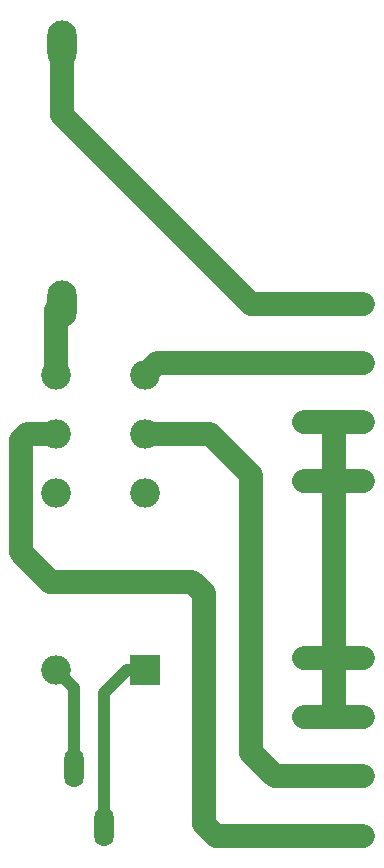
<source format=gbl>
G04 #@! TF.GenerationSoftware,KiCad,Pcbnew,(5.1.9)-1*
G04 #@! TF.CreationDate,2021-04-18T13:23:29+02:00*
G04 #@! TF.ProjectId,relay-box,72656c61-792d-4626-9f78-2e6b69636164,rev?*
G04 #@! TF.SameCoordinates,Original*
G04 #@! TF.FileFunction,Copper,L2,Bot*
G04 #@! TF.FilePolarity,Positive*
%FSLAX46Y46*%
G04 Gerber Fmt 4.6, Leading zero omitted, Abs format (unit mm)*
G04 Created by KiCad (PCBNEW (5.1.9)-1) date 2021-04-18 13:23:29*
%MOMM*%
%LPD*%
G01*
G04 APERTURE LIST*
G04 #@! TA.AperFunction,ComponentPad*
%ADD10C,1.524000*%
G04 #@! TD*
G04 #@! TA.AperFunction,ComponentPad*
%ADD11O,1.650000X3.300000*%
G04 #@! TD*
G04 #@! TA.AperFunction,ComponentPad*
%ADD12O,2.500000X2.500000*%
G04 #@! TD*
G04 #@! TA.AperFunction,ComponentPad*
%ADD13R,2.500000X2.500000*%
G04 #@! TD*
G04 #@! TA.AperFunction,ComponentPad*
%ADD14O,2.500000X4.000000*%
G04 #@! TD*
G04 #@! TA.AperFunction,Conductor*
%ADD15C,2.000000*%
G04 #@! TD*
G04 #@! TA.AperFunction,Conductor*
%ADD16C,1.000000*%
G04 #@! TD*
G04 APERTURE END LIST*
D10*
X81000000Y-115000000D03*
X76000000Y-115000000D03*
X81000000Y-110000000D03*
X76000000Y-110000000D03*
X81000000Y-105000000D03*
X76000000Y-105000000D03*
X81000000Y-100000000D03*
X76000000Y-100000000D03*
X76000000Y-130000000D03*
X81000000Y-130000000D03*
X76000000Y-135000000D03*
X81000000Y-135000000D03*
X76000000Y-140000000D03*
X81000000Y-140000000D03*
X76000000Y-145000000D03*
X81000000Y-145000000D03*
D11*
X56528600Y-139300000D03*
X59028600Y-144300000D03*
D12*
X55000000Y-131000000D03*
X55000000Y-116000000D03*
X55000000Y-111000000D03*
X55000000Y-106000000D03*
X62500000Y-106000000D03*
X62500000Y-111000000D03*
X62500000Y-116000000D03*
D13*
X62500000Y-131000000D03*
D14*
X55500000Y-78000000D03*
X55500000Y-100000000D03*
D15*
X81000000Y-100000000D02*
X76000000Y-100000000D01*
X76000000Y-100000000D02*
X71500000Y-100000000D01*
X55500000Y-84000000D02*
X55500000Y-78000000D01*
X71500000Y-100000000D02*
X55500000Y-84000000D01*
X55500000Y-100000000D02*
X55000000Y-100500000D01*
X55000000Y-100500000D02*
X55000000Y-106000000D01*
D16*
X56528600Y-139300000D02*
X56528600Y-132528600D01*
X56528600Y-132528600D02*
X55000000Y-131000000D01*
D15*
X63500000Y-105000000D02*
X62500000Y-106000000D01*
X76000000Y-105000000D02*
X63500000Y-105000000D01*
X76000000Y-105000000D02*
X81000000Y-105000000D01*
X73500000Y-140000000D02*
X76000000Y-140000000D01*
X71500000Y-138000000D02*
X73500000Y-140000000D01*
X71500000Y-114500000D02*
X71500000Y-138000000D01*
X68000000Y-111000000D02*
X71500000Y-114500000D01*
X62500000Y-111000000D02*
X68000000Y-111000000D01*
X76000000Y-140000000D02*
X81000000Y-140000000D01*
D16*
X59028600Y-144300000D02*
X59028600Y-132971400D01*
X61000000Y-131000000D02*
X62500000Y-131000000D01*
X59028600Y-132971400D02*
X61000000Y-131000000D01*
D15*
X81000000Y-115000000D02*
X76000000Y-115000000D01*
X76000000Y-110000000D02*
X81000000Y-110000000D01*
X76000000Y-130000000D02*
X81000000Y-130000000D01*
X78500000Y-135000000D02*
X78500000Y-110000000D01*
X81000000Y-135000000D02*
X78500000Y-135000000D01*
X78500000Y-135000000D02*
X76000000Y-135000000D01*
X81000000Y-145000000D02*
X76000000Y-145000000D01*
X52000000Y-111500000D02*
X52500000Y-111000000D01*
X52000000Y-121000000D02*
X52000000Y-111500000D01*
X54500000Y-123500000D02*
X52000000Y-121000000D01*
X66500000Y-123500000D02*
X54500000Y-123500000D01*
X67500000Y-124500000D02*
X66500000Y-123500000D01*
X67500000Y-144000000D02*
X67500000Y-124500000D01*
X52500000Y-111000000D02*
X55000000Y-111000000D01*
X68500000Y-145000000D02*
X67500000Y-144000000D01*
X76000000Y-145000000D02*
X68500000Y-145000000D01*
M02*

</source>
